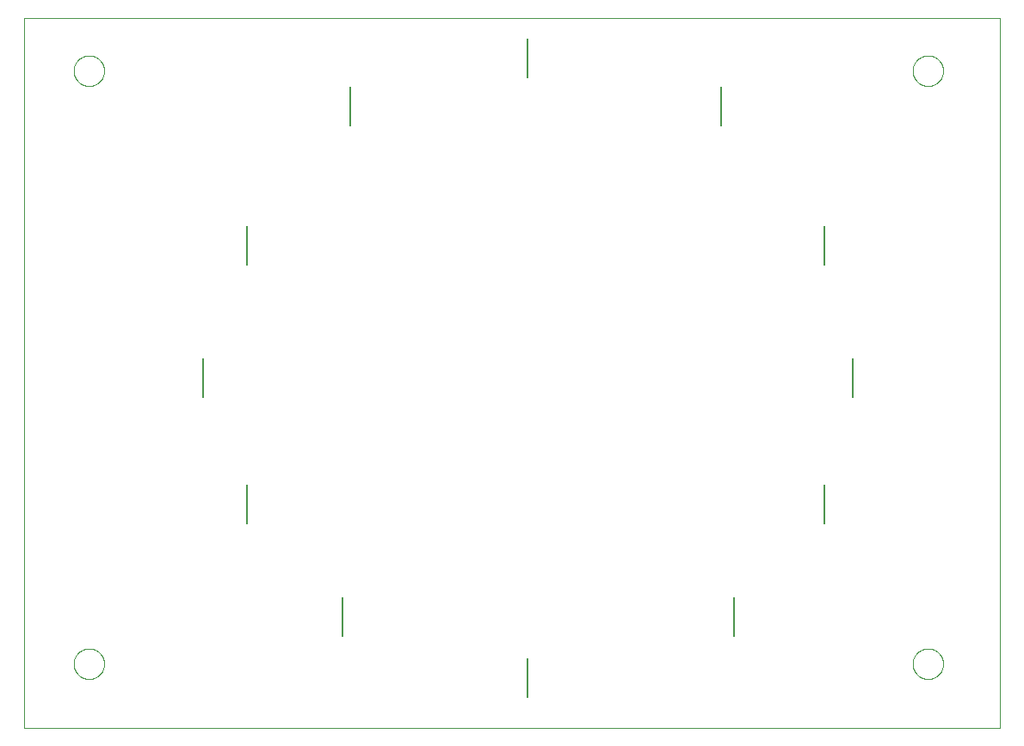
<source format=gbo>
G75*
%MOIN*%
%OFA0B0*%
%FSLAX25Y25*%
%IPPOS*%
%LPD*%
%AMOC8*
5,1,8,0,0,1.08239X$1,22.5*
%
%ADD10C,0.00000*%
%ADD11C,0.00800*%
D10*
X0001000Y0020750D02*
X0001000Y0296341D01*
X0378953Y0296341D01*
X0378953Y0020750D01*
X0001000Y0020750D01*
X0020094Y0045750D02*
X0020096Y0045903D01*
X0020102Y0046057D01*
X0020112Y0046210D01*
X0020126Y0046362D01*
X0020144Y0046515D01*
X0020166Y0046666D01*
X0020191Y0046817D01*
X0020221Y0046968D01*
X0020255Y0047118D01*
X0020292Y0047266D01*
X0020333Y0047414D01*
X0020378Y0047560D01*
X0020427Y0047706D01*
X0020480Y0047850D01*
X0020536Y0047992D01*
X0020596Y0048133D01*
X0020660Y0048273D01*
X0020727Y0048411D01*
X0020798Y0048547D01*
X0020873Y0048681D01*
X0020950Y0048813D01*
X0021032Y0048943D01*
X0021116Y0049071D01*
X0021204Y0049197D01*
X0021295Y0049320D01*
X0021389Y0049441D01*
X0021487Y0049559D01*
X0021587Y0049675D01*
X0021691Y0049788D01*
X0021797Y0049899D01*
X0021906Y0050007D01*
X0022018Y0050112D01*
X0022132Y0050213D01*
X0022250Y0050312D01*
X0022369Y0050408D01*
X0022491Y0050501D01*
X0022616Y0050590D01*
X0022743Y0050677D01*
X0022872Y0050759D01*
X0023003Y0050839D01*
X0023136Y0050915D01*
X0023271Y0050988D01*
X0023408Y0051057D01*
X0023547Y0051122D01*
X0023687Y0051184D01*
X0023829Y0051242D01*
X0023972Y0051297D01*
X0024117Y0051348D01*
X0024263Y0051395D01*
X0024410Y0051438D01*
X0024558Y0051477D01*
X0024707Y0051513D01*
X0024857Y0051544D01*
X0025008Y0051572D01*
X0025159Y0051596D01*
X0025312Y0051616D01*
X0025464Y0051632D01*
X0025617Y0051644D01*
X0025770Y0051652D01*
X0025923Y0051656D01*
X0026077Y0051656D01*
X0026230Y0051652D01*
X0026383Y0051644D01*
X0026536Y0051632D01*
X0026688Y0051616D01*
X0026841Y0051596D01*
X0026992Y0051572D01*
X0027143Y0051544D01*
X0027293Y0051513D01*
X0027442Y0051477D01*
X0027590Y0051438D01*
X0027737Y0051395D01*
X0027883Y0051348D01*
X0028028Y0051297D01*
X0028171Y0051242D01*
X0028313Y0051184D01*
X0028453Y0051122D01*
X0028592Y0051057D01*
X0028729Y0050988D01*
X0028864Y0050915D01*
X0028997Y0050839D01*
X0029128Y0050759D01*
X0029257Y0050677D01*
X0029384Y0050590D01*
X0029509Y0050501D01*
X0029631Y0050408D01*
X0029750Y0050312D01*
X0029868Y0050213D01*
X0029982Y0050112D01*
X0030094Y0050007D01*
X0030203Y0049899D01*
X0030309Y0049788D01*
X0030413Y0049675D01*
X0030513Y0049559D01*
X0030611Y0049441D01*
X0030705Y0049320D01*
X0030796Y0049197D01*
X0030884Y0049071D01*
X0030968Y0048943D01*
X0031050Y0048813D01*
X0031127Y0048681D01*
X0031202Y0048547D01*
X0031273Y0048411D01*
X0031340Y0048273D01*
X0031404Y0048133D01*
X0031464Y0047992D01*
X0031520Y0047850D01*
X0031573Y0047706D01*
X0031622Y0047560D01*
X0031667Y0047414D01*
X0031708Y0047266D01*
X0031745Y0047118D01*
X0031779Y0046968D01*
X0031809Y0046817D01*
X0031834Y0046666D01*
X0031856Y0046515D01*
X0031874Y0046362D01*
X0031888Y0046210D01*
X0031898Y0046057D01*
X0031904Y0045903D01*
X0031906Y0045750D01*
X0031904Y0045597D01*
X0031898Y0045443D01*
X0031888Y0045290D01*
X0031874Y0045138D01*
X0031856Y0044985D01*
X0031834Y0044834D01*
X0031809Y0044683D01*
X0031779Y0044532D01*
X0031745Y0044382D01*
X0031708Y0044234D01*
X0031667Y0044086D01*
X0031622Y0043940D01*
X0031573Y0043794D01*
X0031520Y0043650D01*
X0031464Y0043508D01*
X0031404Y0043367D01*
X0031340Y0043227D01*
X0031273Y0043089D01*
X0031202Y0042953D01*
X0031127Y0042819D01*
X0031050Y0042687D01*
X0030968Y0042557D01*
X0030884Y0042429D01*
X0030796Y0042303D01*
X0030705Y0042180D01*
X0030611Y0042059D01*
X0030513Y0041941D01*
X0030413Y0041825D01*
X0030309Y0041712D01*
X0030203Y0041601D01*
X0030094Y0041493D01*
X0029982Y0041388D01*
X0029868Y0041287D01*
X0029750Y0041188D01*
X0029631Y0041092D01*
X0029509Y0040999D01*
X0029384Y0040910D01*
X0029257Y0040823D01*
X0029128Y0040741D01*
X0028997Y0040661D01*
X0028864Y0040585D01*
X0028729Y0040512D01*
X0028592Y0040443D01*
X0028453Y0040378D01*
X0028313Y0040316D01*
X0028171Y0040258D01*
X0028028Y0040203D01*
X0027883Y0040152D01*
X0027737Y0040105D01*
X0027590Y0040062D01*
X0027442Y0040023D01*
X0027293Y0039987D01*
X0027143Y0039956D01*
X0026992Y0039928D01*
X0026841Y0039904D01*
X0026688Y0039884D01*
X0026536Y0039868D01*
X0026383Y0039856D01*
X0026230Y0039848D01*
X0026077Y0039844D01*
X0025923Y0039844D01*
X0025770Y0039848D01*
X0025617Y0039856D01*
X0025464Y0039868D01*
X0025312Y0039884D01*
X0025159Y0039904D01*
X0025008Y0039928D01*
X0024857Y0039956D01*
X0024707Y0039987D01*
X0024558Y0040023D01*
X0024410Y0040062D01*
X0024263Y0040105D01*
X0024117Y0040152D01*
X0023972Y0040203D01*
X0023829Y0040258D01*
X0023687Y0040316D01*
X0023547Y0040378D01*
X0023408Y0040443D01*
X0023271Y0040512D01*
X0023136Y0040585D01*
X0023003Y0040661D01*
X0022872Y0040741D01*
X0022743Y0040823D01*
X0022616Y0040910D01*
X0022491Y0040999D01*
X0022369Y0041092D01*
X0022250Y0041188D01*
X0022132Y0041287D01*
X0022018Y0041388D01*
X0021906Y0041493D01*
X0021797Y0041601D01*
X0021691Y0041712D01*
X0021587Y0041825D01*
X0021487Y0041941D01*
X0021389Y0042059D01*
X0021295Y0042180D01*
X0021204Y0042303D01*
X0021116Y0042429D01*
X0021032Y0042557D01*
X0020950Y0042687D01*
X0020873Y0042819D01*
X0020798Y0042953D01*
X0020727Y0043089D01*
X0020660Y0043227D01*
X0020596Y0043367D01*
X0020536Y0043508D01*
X0020480Y0043650D01*
X0020427Y0043794D01*
X0020378Y0043940D01*
X0020333Y0044086D01*
X0020292Y0044234D01*
X0020255Y0044382D01*
X0020221Y0044532D01*
X0020191Y0044683D01*
X0020166Y0044834D01*
X0020144Y0044985D01*
X0020126Y0045138D01*
X0020112Y0045290D01*
X0020102Y0045443D01*
X0020096Y0045597D01*
X0020094Y0045750D01*
X0020094Y0275750D02*
X0020096Y0275903D01*
X0020102Y0276057D01*
X0020112Y0276210D01*
X0020126Y0276362D01*
X0020144Y0276515D01*
X0020166Y0276666D01*
X0020191Y0276817D01*
X0020221Y0276968D01*
X0020255Y0277118D01*
X0020292Y0277266D01*
X0020333Y0277414D01*
X0020378Y0277560D01*
X0020427Y0277706D01*
X0020480Y0277850D01*
X0020536Y0277992D01*
X0020596Y0278133D01*
X0020660Y0278273D01*
X0020727Y0278411D01*
X0020798Y0278547D01*
X0020873Y0278681D01*
X0020950Y0278813D01*
X0021032Y0278943D01*
X0021116Y0279071D01*
X0021204Y0279197D01*
X0021295Y0279320D01*
X0021389Y0279441D01*
X0021487Y0279559D01*
X0021587Y0279675D01*
X0021691Y0279788D01*
X0021797Y0279899D01*
X0021906Y0280007D01*
X0022018Y0280112D01*
X0022132Y0280213D01*
X0022250Y0280312D01*
X0022369Y0280408D01*
X0022491Y0280501D01*
X0022616Y0280590D01*
X0022743Y0280677D01*
X0022872Y0280759D01*
X0023003Y0280839D01*
X0023136Y0280915D01*
X0023271Y0280988D01*
X0023408Y0281057D01*
X0023547Y0281122D01*
X0023687Y0281184D01*
X0023829Y0281242D01*
X0023972Y0281297D01*
X0024117Y0281348D01*
X0024263Y0281395D01*
X0024410Y0281438D01*
X0024558Y0281477D01*
X0024707Y0281513D01*
X0024857Y0281544D01*
X0025008Y0281572D01*
X0025159Y0281596D01*
X0025312Y0281616D01*
X0025464Y0281632D01*
X0025617Y0281644D01*
X0025770Y0281652D01*
X0025923Y0281656D01*
X0026077Y0281656D01*
X0026230Y0281652D01*
X0026383Y0281644D01*
X0026536Y0281632D01*
X0026688Y0281616D01*
X0026841Y0281596D01*
X0026992Y0281572D01*
X0027143Y0281544D01*
X0027293Y0281513D01*
X0027442Y0281477D01*
X0027590Y0281438D01*
X0027737Y0281395D01*
X0027883Y0281348D01*
X0028028Y0281297D01*
X0028171Y0281242D01*
X0028313Y0281184D01*
X0028453Y0281122D01*
X0028592Y0281057D01*
X0028729Y0280988D01*
X0028864Y0280915D01*
X0028997Y0280839D01*
X0029128Y0280759D01*
X0029257Y0280677D01*
X0029384Y0280590D01*
X0029509Y0280501D01*
X0029631Y0280408D01*
X0029750Y0280312D01*
X0029868Y0280213D01*
X0029982Y0280112D01*
X0030094Y0280007D01*
X0030203Y0279899D01*
X0030309Y0279788D01*
X0030413Y0279675D01*
X0030513Y0279559D01*
X0030611Y0279441D01*
X0030705Y0279320D01*
X0030796Y0279197D01*
X0030884Y0279071D01*
X0030968Y0278943D01*
X0031050Y0278813D01*
X0031127Y0278681D01*
X0031202Y0278547D01*
X0031273Y0278411D01*
X0031340Y0278273D01*
X0031404Y0278133D01*
X0031464Y0277992D01*
X0031520Y0277850D01*
X0031573Y0277706D01*
X0031622Y0277560D01*
X0031667Y0277414D01*
X0031708Y0277266D01*
X0031745Y0277118D01*
X0031779Y0276968D01*
X0031809Y0276817D01*
X0031834Y0276666D01*
X0031856Y0276515D01*
X0031874Y0276362D01*
X0031888Y0276210D01*
X0031898Y0276057D01*
X0031904Y0275903D01*
X0031906Y0275750D01*
X0031904Y0275597D01*
X0031898Y0275443D01*
X0031888Y0275290D01*
X0031874Y0275138D01*
X0031856Y0274985D01*
X0031834Y0274834D01*
X0031809Y0274683D01*
X0031779Y0274532D01*
X0031745Y0274382D01*
X0031708Y0274234D01*
X0031667Y0274086D01*
X0031622Y0273940D01*
X0031573Y0273794D01*
X0031520Y0273650D01*
X0031464Y0273508D01*
X0031404Y0273367D01*
X0031340Y0273227D01*
X0031273Y0273089D01*
X0031202Y0272953D01*
X0031127Y0272819D01*
X0031050Y0272687D01*
X0030968Y0272557D01*
X0030884Y0272429D01*
X0030796Y0272303D01*
X0030705Y0272180D01*
X0030611Y0272059D01*
X0030513Y0271941D01*
X0030413Y0271825D01*
X0030309Y0271712D01*
X0030203Y0271601D01*
X0030094Y0271493D01*
X0029982Y0271388D01*
X0029868Y0271287D01*
X0029750Y0271188D01*
X0029631Y0271092D01*
X0029509Y0270999D01*
X0029384Y0270910D01*
X0029257Y0270823D01*
X0029128Y0270741D01*
X0028997Y0270661D01*
X0028864Y0270585D01*
X0028729Y0270512D01*
X0028592Y0270443D01*
X0028453Y0270378D01*
X0028313Y0270316D01*
X0028171Y0270258D01*
X0028028Y0270203D01*
X0027883Y0270152D01*
X0027737Y0270105D01*
X0027590Y0270062D01*
X0027442Y0270023D01*
X0027293Y0269987D01*
X0027143Y0269956D01*
X0026992Y0269928D01*
X0026841Y0269904D01*
X0026688Y0269884D01*
X0026536Y0269868D01*
X0026383Y0269856D01*
X0026230Y0269848D01*
X0026077Y0269844D01*
X0025923Y0269844D01*
X0025770Y0269848D01*
X0025617Y0269856D01*
X0025464Y0269868D01*
X0025312Y0269884D01*
X0025159Y0269904D01*
X0025008Y0269928D01*
X0024857Y0269956D01*
X0024707Y0269987D01*
X0024558Y0270023D01*
X0024410Y0270062D01*
X0024263Y0270105D01*
X0024117Y0270152D01*
X0023972Y0270203D01*
X0023829Y0270258D01*
X0023687Y0270316D01*
X0023547Y0270378D01*
X0023408Y0270443D01*
X0023271Y0270512D01*
X0023136Y0270585D01*
X0023003Y0270661D01*
X0022872Y0270741D01*
X0022743Y0270823D01*
X0022616Y0270910D01*
X0022491Y0270999D01*
X0022369Y0271092D01*
X0022250Y0271188D01*
X0022132Y0271287D01*
X0022018Y0271388D01*
X0021906Y0271493D01*
X0021797Y0271601D01*
X0021691Y0271712D01*
X0021587Y0271825D01*
X0021487Y0271941D01*
X0021389Y0272059D01*
X0021295Y0272180D01*
X0021204Y0272303D01*
X0021116Y0272429D01*
X0021032Y0272557D01*
X0020950Y0272687D01*
X0020873Y0272819D01*
X0020798Y0272953D01*
X0020727Y0273089D01*
X0020660Y0273227D01*
X0020596Y0273367D01*
X0020536Y0273508D01*
X0020480Y0273650D01*
X0020427Y0273794D01*
X0020378Y0273940D01*
X0020333Y0274086D01*
X0020292Y0274234D01*
X0020255Y0274382D01*
X0020221Y0274532D01*
X0020191Y0274683D01*
X0020166Y0274834D01*
X0020144Y0274985D01*
X0020126Y0275138D01*
X0020112Y0275290D01*
X0020102Y0275443D01*
X0020096Y0275597D01*
X0020094Y0275750D01*
X0345094Y0275750D02*
X0345096Y0275903D01*
X0345102Y0276057D01*
X0345112Y0276210D01*
X0345126Y0276362D01*
X0345144Y0276515D01*
X0345166Y0276666D01*
X0345191Y0276817D01*
X0345221Y0276968D01*
X0345255Y0277118D01*
X0345292Y0277266D01*
X0345333Y0277414D01*
X0345378Y0277560D01*
X0345427Y0277706D01*
X0345480Y0277850D01*
X0345536Y0277992D01*
X0345596Y0278133D01*
X0345660Y0278273D01*
X0345727Y0278411D01*
X0345798Y0278547D01*
X0345873Y0278681D01*
X0345950Y0278813D01*
X0346032Y0278943D01*
X0346116Y0279071D01*
X0346204Y0279197D01*
X0346295Y0279320D01*
X0346389Y0279441D01*
X0346487Y0279559D01*
X0346587Y0279675D01*
X0346691Y0279788D01*
X0346797Y0279899D01*
X0346906Y0280007D01*
X0347018Y0280112D01*
X0347132Y0280213D01*
X0347250Y0280312D01*
X0347369Y0280408D01*
X0347491Y0280501D01*
X0347616Y0280590D01*
X0347743Y0280677D01*
X0347872Y0280759D01*
X0348003Y0280839D01*
X0348136Y0280915D01*
X0348271Y0280988D01*
X0348408Y0281057D01*
X0348547Y0281122D01*
X0348687Y0281184D01*
X0348829Y0281242D01*
X0348972Y0281297D01*
X0349117Y0281348D01*
X0349263Y0281395D01*
X0349410Y0281438D01*
X0349558Y0281477D01*
X0349707Y0281513D01*
X0349857Y0281544D01*
X0350008Y0281572D01*
X0350159Y0281596D01*
X0350312Y0281616D01*
X0350464Y0281632D01*
X0350617Y0281644D01*
X0350770Y0281652D01*
X0350923Y0281656D01*
X0351077Y0281656D01*
X0351230Y0281652D01*
X0351383Y0281644D01*
X0351536Y0281632D01*
X0351688Y0281616D01*
X0351841Y0281596D01*
X0351992Y0281572D01*
X0352143Y0281544D01*
X0352293Y0281513D01*
X0352442Y0281477D01*
X0352590Y0281438D01*
X0352737Y0281395D01*
X0352883Y0281348D01*
X0353028Y0281297D01*
X0353171Y0281242D01*
X0353313Y0281184D01*
X0353453Y0281122D01*
X0353592Y0281057D01*
X0353729Y0280988D01*
X0353864Y0280915D01*
X0353997Y0280839D01*
X0354128Y0280759D01*
X0354257Y0280677D01*
X0354384Y0280590D01*
X0354509Y0280501D01*
X0354631Y0280408D01*
X0354750Y0280312D01*
X0354868Y0280213D01*
X0354982Y0280112D01*
X0355094Y0280007D01*
X0355203Y0279899D01*
X0355309Y0279788D01*
X0355413Y0279675D01*
X0355513Y0279559D01*
X0355611Y0279441D01*
X0355705Y0279320D01*
X0355796Y0279197D01*
X0355884Y0279071D01*
X0355968Y0278943D01*
X0356050Y0278813D01*
X0356127Y0278681D01*
X0356202Y0278547D01*
X0356273Y0278411D01*
X0356340Y0278273D01*
X0356404Y0278133D01*
X0356464Y0277992D01*
X0356520Y0277850D01*
X0356573Y0277706D01*
X0356622Y0277560D01*
X0356667Y0277414D01*
X0356708Y0277266D01*
X0356745Y0277118D01*
X0356779Y0276968D01*
X0356809Y0276817D01*
X0356834Y0276666D01*
X0356856Y0276515D01*
X0356874Y0276362D01*
X0356888Y0276210D01*
X0356898Y0276057D01*
X0356904Y0275903D01*
X0356906Y0275750D01*
X0356904Y0275597D01*
X0356898Y0275443D01*
X0356888Y0275290D01*
X0356874Y0275138D01*
X0356856Y0274985D01*
X0356834Y0274834D01*
X0356809Y0274683D01*
X0356779Y0274532D01*
X0356745Y0274382D01*
X0356708Y0274234D01*
X0356667Y0274086D01*
X0356622Y0273940D01*
X0356573Y0273794D01*
X0356520Y0273650D01*
X0356464Y0273508D01*
X0356404Y0273367D01*
X0356340Y0273227D01*
X0356273Y0273089D01*
X0356202Y0272953D01*
X0356127Y0272819D01*
X0356050Y0272687D01*
X0355968Y0272557D01*
X0355884Y0272429D01*
X0355796Y0272303D01*
X0355705Y0272180D01*
X0355611Y0272059D01*
X0355513Y0271941D01*
X0355413Y0271825D01*
X0355309Y0271712D01*
X0355203Y0271601D01*
X0355094Y0271493D01*
X0354982Y0271388D01*
X0354868Y0271287D01*
X0354750Y0271188D01*
X0354631Y0271092D01*
X0354509Y0270999D01*
X0354384Y0270910D01*
X0354257Y0270823D01*
X0354128Y0270741D01*
X0353997Y0270661D01*
X0353864Y0270585D01*
X0353729Y0270512D01*
X0353592Y0270443D01*
X0353453Y0270378D01*
X0353313Y0270316D01*
X0353171Y0270258D01*
X0353028Y0270203D01*
X0352883Y0270152D01*
X0352737Y0270105D01*
X0352590Y0270062D01*
X0352442Y0270023D01*
X0352293Y0269987D01*
X0352143Y0269956D01*
X0351992Y0269928D01*
X0351841Y0269904D01*
X0351688Y0269884D01*
X0351536Y0269868D01*
X0351383Y0269856D01*
X0351230Y0269848D01*
X0351077Y0269844D01*
X0350923Y0269844D01*
X0350770Y0269848D01*
X0350617Y0269856D01*
X0350464Y0269868D01*
X0350312Y0269884D01*
X0350159Y0269904D01*
X0350008Y0269928D01*
X0349857Y0269956D01*
X0349707Y0269987D01*
X0349558Y0270023D01*
X0349410Y0270062D01*
X0349263Y0270105D01*
X0349117Y0270152D01*
X0348972Y0270203D01*
X0348829Y0270258D01*
X0348687Y0270316D01*
X0348547Y0270378D01*
X0348408Y0270443D01*
X0348271Y0270512D01*
X0348136Y0270585D01*
X0348003Y0270661D01*
X0347872Y0270741D01*
X0347743Y0270823D01*
X0347616Y0270910D01*
X0347491Y0270999D01*
X0347369Y0271092D01*
X0347250Y0271188D01*
X0347132Y0271287D01*
X0347018Y0271388D01*
X0346906Y0271493D01*
X0346797Y0271601D01*
X0346691Y0271712D01*
X0346587Y0271825D01*
X0346487Y0271941D01*
X0346389Y0272059D01*
X0346295Y0272180D01*
X0346204Y0272303D01*
X0346116Y0272429D01*
X0346032Y0272557D01*
X0345950Y0272687D01*
X0345873Y0272819D01*
X0345798Y0272953D01*
X0345727Y0273089D01*
X0345660Y0273227D01*
X0345596Y0273367D01*
X0345536Y0273508D01*
X0345480Y0273650D01*
X0345427Y0273794D01*
X0345378Y0273940D01*
X0345333Y0274086D01*
X0345292Y0274234D01*
X0345255Y0274382D01*
X0345221Y0274532D01*
X0345191Y0274683D01*
X0345166Y0274834D01*
X0345144Y0274985D01*
X0345126Y0275138D01*
X0345112Y0275290D01*
X0345102Y0275443D01*
X0345096Y0275597D01*
X0345094Y0275750D01*
X0345094Y0045750D02*
X0345096Y0045903D01*
X0345102Y0046057D01*
X0345112Y0046210D01*
X0345126Y0046362D01*
X0345144Y0046515D01*
X0345166Y0046666D01*
X0345191Y0046817D01*
X0345221Y0046968D01*
X0345255Y0047118D01*
X0345292Y0047266D01*
X0345333Y0047414D01*
X0345378Y0047560D01*
X0345427Y0047706D01*
X0345480Y0047850D01*
X0345536Y0047992D01*
X0345596Y0048133D01*
X0345660Y0048273D01*
X0345727Y0048411D01*
X0345798Y0048547D01*
X0345873Y0048681D01*
X0345950Y0048813D01*
X0346032Y0048943D01*
X0346116Y0049071D01*
X0346204Y0049197D01*
X0346295Y0049320D01*
X0346389Y0049441D01*
X0346487Y0049559D01*
X0346587Y0049675D01*
X0346691Y0049788D01*
X0346797Y0049899D01*
X0346906Y0050007D01*
X0347018Y0050112D01*
X0347132Y0050213D01*
X0347250Y0050312D01*
X0347369Y0050408D01*
X0347491Y0050501D01*
X0347616Y0050590D01*
X0347743Y0050677D01*
X0347872Y0050759D01*
X0348003Y0050839D01*
X0348136Y0050915D01*
X0348271Y0050988D01*
X0348408Y0051057D01*
X0348547Y0051122D01*
X0348687Y0051184D01*
X0348829Y0051242D01*
X0348972Y0051297D01*
X0349117Y0051348D01*
X0349263Y0051395D01*
X0349410Y0051438D01*
X0349558Y0051477D01*
X0349707Y0051513D01*
X0349857Y0051544D01*
X0350008Y0051572D01*
X0350159Y0051596D01*
X0350312Y0051616D01*
X0350464Y0051632D01*
X0350617Y0051644D01*
X0350770Y0051652D01*
X0350923Y0051656D01*
X0351077Y0051656D01*
X0351230Y0051652D01*
X0351383Y0051644D01*
X0351536Y0051632D01*
X0351688Y0051616D01*
X0351841Y0051596D01*
X0351992Y0051572D01*
X0352143Y0051544D01*
X0352293Y0051513D01*
X0352442Y0051477D01*
X0352590Y0051438D01*
X0352737Y0051395D01*
X0352883Y0051348D01*
X0353028Y0051297D01*
X0353171Y0051242D01*
X0353313Y0051184D01*
X0353453Y0051122D01*
X0353592Y0051057D01*
X0353729Y0050988D01*
X0353864Y0050915D01*
X0353997Y0050839D01*
X0354128Y0050759D01*
X0354257Y0050677D01*
X0354384Y0050590D01*
X0354509Y0050501D01*
X0354631Y0050408D01*
X0354750Y0050312D01*
X0354868Y0050213D01*
X0354982Y0050112D01*
X0355094Y0050007D01*
X0355203Y0049899D01*
X0355309Y0049788D01*
X0355413Y0049675D01*
X0355513Y0049559D01*
X0355611Y0049441D01*
X0355705Y0049320D01*
X0355796Y0049197D01*
X0355884Y0049071D01*
X0355968Y0048943D01*
X0356050Y0048813D01*
X0356127Y0048681D01*
X0356202Y0048547D01*
X0356273Y0048411D01*
X0356340Y0048273D01*
X0356404Y0048133D01*
X0356464Y0047992D01*
X0356520Y0047850D01*
X0356573Y0047706D01*
X0356622Y0047560D01*
X0356667Y0047414D01*
X0356708Y0047266D01*
X0356745Y0047118D01*
X0356779Y0046968D01*
X0356809Y0046817D01*
X0356834Y0046666D01*
X0356856Y0046515D01*
X0356874Y0046362D01*
X0356888Y0046210D01*
X0356898Y0046057D01*
X0356904Y0045903D01*
X0356906Y0045750D01*
X0356904Y0045597D01*
X0356898Y0045443D01*
X0356888Y0045290D01*
X0356874Y0045138D01*
X0356856Y0044985D01*
X0356834Y0044834D01*
X0356809Y0044683D01*
X0356779Y0044532D01*
X0356745Y0044382D01*
X0356708Y0044234D01*
X0356667Y0044086D01*
X0356622Y0043940D01*
X0356573Y0043794D01*
X0356520Y0043650D01*
X0356464Y0043508D01*
X0356404Y0043367D01*
X0356340Y0043227D01*
X0356273Y0043089D01*
X0356202Y0042953D01*
X0356127Y0042819D01*
X0356050Y0042687D01*
X0355968Y0042557D01*
X0355884Y0042429D01*
X0355796Y0042303D01*
X0355705Y0042180D01*
X0355611Y0042059D01*
X0355513Y0041941D01*
X0355413Y0041825D01*
X0355309Y0041712D01*
X0355203Y0041601D01*
X0355094Y0041493D01*
X0354982Y0041388D01*
X0354868Y0041287D01*
X0354750Y0041188D01*
X0354631Y0041092D01*
X0354509Y0040999D01*
X0354384Y0040910D01*
X0354257Y0040823D01*
X0354128Y0040741D01*
X0353997Y0040661D01*
X0353864Y0040585D01*
X0353729Y0040512D01*
X0353592Y0040443D01*
X0353453Y0040378D01*
X0353313Y0040316D01*
X0353171Y0040258D01*
X0353028Y0040203D01*
X0352883Y0040152D01*
X0352737Y0040105D01*
X0352590Y0040062D01*
X0352442Y0040023D01*
X0352293Y0039987D01*
X0352143Y0039956D01*
X0351992Y0039928D01*
X0351841Y0039904D01*
X0351688Y0039884D01*
X0351536Y0039868D01*
X0351383Y0039856D01*
X0351230Y0039848D01*
X0351077Y0039844D01*
X0350923Y0039844D01*
X0350770Y0039848D01*
X0350617Y0039856D01*
X0350464Y0039868D01*
X0350312Y0039884D01*
X0350159Y0039904D01*
X0350008Y0039928D01*
X0349857Y0039956D01*
X0349707Y0039987D01*
X0349558Y0040023D01*
X0349410Y0040062D01*
X0349263Y0040105D01*
X0349117Y0040152D01*
X0348972Y0040203D01*
X0348829Y0040258D01*
X0348687Y0040316D01*
X0348547Y0040378D01*
X0348408Y0040443D01*
X0348271Y0040512D01*
X0348136Y0040585D01*
X0348003Y0040661D01*
X0347872Y0040741D01*
X0347743Y0040823D01*
X0347616Y0040910D01*
X0347491Y0040999D01*
X0347369Y0041092D01*
X0347250Y0041188D01*
X0347132Y0041287D01*
X0347018Y0041388D01*
X0346906Y0041493D01*
X0346797Y0041601D01*
X0346691Y0041712D01*
X0346587Y0041825D01*
X0346487Y0041941D01*
X0346389Y0042059D01*
X0346295Y0042180D01*
X0346204Y0042303D01*
X0346116Y0042429D01*
X0346032Y0042557D01*
X0345950Y0042687D01*
X0345873Y0042819D01*
X0345798Y0042953D01*
X0345727Y0043089D01*
X0345660Y0043227D01*
X0345596Y0043367D01*
X0345536Y0043508D01*
X0345480Y0043650D01*
X0345427Y0043794D01*
X0345378Y0043940D01*
X0345333Y0044086D01*
X0345292Y0044234D01*
X0345255Y0044382D01*
X0345221Y0044532D01*
X0345191Y0044683D01*
X0345166Y0044834D01*
X0345144Y0044985D01*
X0345126Y0045138D01*
X0345112Y0045290D01*
X0345102Y0045443D01*
X0345096Y0045597D01*
X0345094Y0045750D01*
D11*
X0311000Y0100337D02*
X0311000Y0115337D01*
X0322024Y0149077D02*
X0322024Y0164077D01*
X0311000Y0200691D02*
X0311000Y0215691D01*
X0271000Y0254392D02*
X0271000Y0269392D01*
X0196039Y0273093D02*
X0196039Y0288093D01*
X0127063Y0269392D02*
X0127063Y0254392D01*
X0087063Y0215691D02*
X0087063Y0200691D01*
X0070055Y0164077D02*
X0070055Y0149077D01*
X0087063Y0115337D02*
X0087063Y0100337D01*
X0124071Y0071636D02*
X0124071Y0056636D01*
X0196039Y0047935D02*
X0196039Y0032935D01*
X0276000Y0056636D02*
X0276000Y0071636D01*
M02*

</source>
